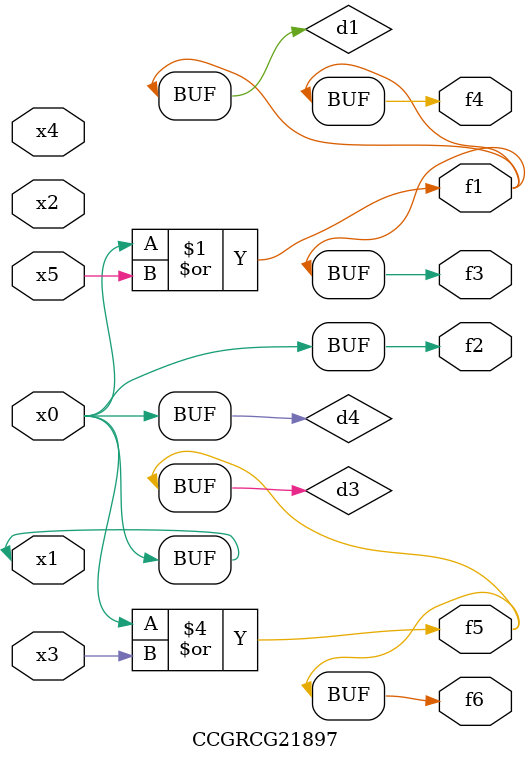
<source format=v>
module CCGRCG21897(
	input x0, x1, x2, x3, x4, x5,
	output f1, f2, f3, f4, f5, f6
);

	wire d1, d2, d3, d4;

	or (d1, x0, x5);
	xnor (d2, x1, x4);
	or (d3, x0, x3);
	buf (d4, x0, x1);
	assign f1 = d1;
	assign f2 = d4;
	assign f3 = d1;
	assign f4 = d1;
	assign f5 = d3;
	assign f6 = d3;
endmodule

</source>
